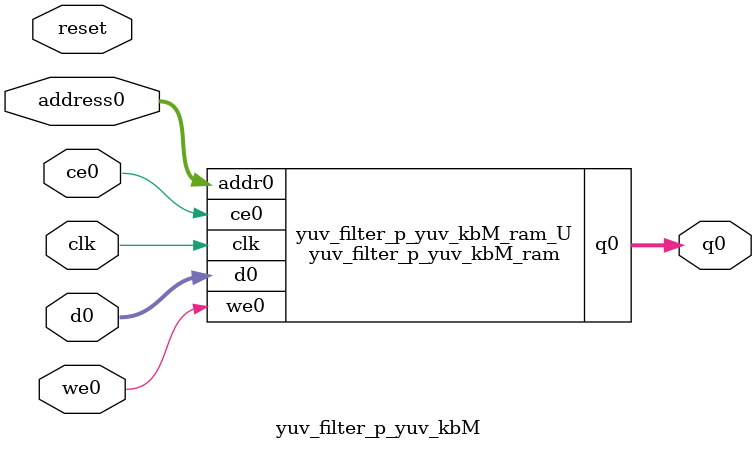
<source format=v>

`timescale 1 ns / 1 ps
module yuv_filter_p_yuv_kbM_ram (addr0, ce0, d0, we0, q0,  clk);

parameter DWIDTH = 8;
parameter AWIDTH = 22;
parameter MEM_SIZE = 2457600;

input[AWIDTH-1:0] addr0;
input ce0;
input[DWIDTH-1:0] d0;
input we0;
output wire[DWIDTH-1:0] q0;
input clk;

(* ram_style = "block" *)reg [DWIDTH-1:0] ram[0:MEM_SIZE-1];
wire [AWIDTH-1:0] addr0_t0; 
(* EQUIVALENT_REGISTER_REMOVAL="NO" *)reg [AWIDTH-1:0] addr0_t1; 
wire [DWIDTH-1:0] d0_t0; 
wire we0_t0; 
(* EQUIVALENT_REGISTER_REMOVAL="NO" *)reg [DWIDTH-1:0] d0_t1; 
(* EQUIVALENT_REGISTER_REMOVAL="NO" *)reg we0_t1; 
reg [DWIDTH-1:0] q0_t0;
reg [DWIDTH-1:0] q0_t1;


assign addr0_t0 = addr0;
assign d0_t0 = d0;
assign we0_t0 = we0;
assign q0 = q0_t1;

always @(posedge clk)  
begin
    if (ce0) 
    begin
        addr0_t1 <= addr0_t0; 
        d0_t1 <= d0_t0;
        we0_t1 <= we0_t0;
        q0_t1 <= q0_t0;
    end
end


always @(posedge clk)  
begin 
    if (ce0) 
    begin
        if (we0_t1) 
        begin 
            ram[addr0_t1] <= d0_t1; 
            q0_t0 <= d0_t1;
        end 
        else 
            q0_t0 <= ram[addr0_t1];
    end
end


endmodule


`timescale 1 ns / 1 ps
module yuv_filter_p_yuv_kbM(
    reset,
    clk,
    address0,
    ce0,
    we0,
    d0,
    q0);

parameter DataWidth = 32'd8;
parameter AddressRange = 32'd2457600;
parameter AddressWidth = 32'd22;
input reset;
input clk;
input[AddressWidth - 1:0] address0;
input ce0;
input we0;
input[DataWidth - 1:0] d0;
output[DataWidth - 1:0] q0;



yuv_filter_p_yuv_kbM_ram yuv_filter_p_yuv_kbM_ram_U(
    .clk( clk ),
    .addr0( address0 ),
    .ce0( ce0 ),
    .d0( d0 ),
    .we0( we0 ),
    .q0( q0 ));

endmodule


</source>
